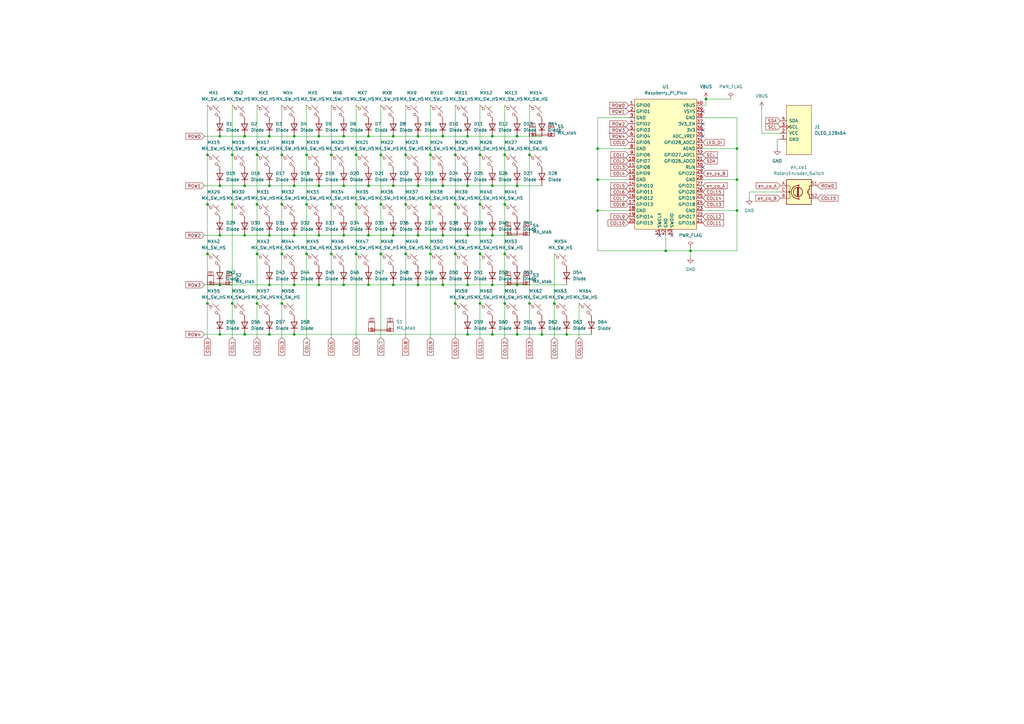
<source format=kicad_sch>
(kicad_sch (version 20230121) (generator eeschema)
  (paper "A3")
  (junction (at 186.69 124.46))
  (junction (at 283.21 102.87))
  (junction (at 186.69 104.14))
  (junction (at 222.25 137.16))
  (junction (at 90.17 96.52))
  (junction (at 176.53 104.14))
  (junction (at 125.73 104.14))
  (junction (at 115.57 104.14))
  (junction (at 151.13 76.2))
  (junction (at 100.33 55.88))
  (junction (at 161.29 116.84))
  (junction (at 166.37 83.82))
  (junction (at 120.65 96.52))
  (junction (at 120.65 137.16))
  (junction (at 146.05 104.14))
  (junction (at 186.69 63.5))
  (junction (at 181.61 116.84))
  (junction (at 135.89 83.82))
  (junction (at 90.17 55.88))
  (junction (at 302.26 60.96))
  (junction (at 105.41 83.82))
  (junction (at 227.33 124.46))
  (junction (at 100.33 76.2))
  (junction (at 232.41 137.16))
  (junction (at 245.11 86.36))
  (junction (at 207.01 104.14))
  (junction (at 120.65 116.84))
  (junction (at 201.93 137.16))
  (junction (at 201.93 96.52))
  (junction (at 95.25 124.46))
  (junction (at 85.09 124.46))
  (junction (at 95.25 83.82))
  (junction (at 110.49 137.16))
  (junction (at 130.81 96.52))
  (junction (at 207.01 124.46))
  (junction (at 115.57 124.46))
  (junction (at 191.77 55.88))
  (junction (at 201.93 76.2))
  (junction (at 161.29 55.88))
  (junction (at 212.09 55.88))
  (junction (at 110.49 116.84))
  (junction (at 130.81 116.84))
  (junction (at 207.01 63.5))
  (junction (at 151.13 55.88))
  (junction (at 245.11 60.96))
  (junction (at 196.85 63.5))
  (junction (at 85.09 83.82))
  (junction (at 196.85 104.14))
  (junction (at 85.09 104.14))
  (junction (at 161.29 96.52))
  (junction (at 115.57 63.5))
  (junction (at 302.26 86.36))
  (junction (at 140.97 96.52))
  (junction (at 181.61 96.52))
  (junction (at 171.45 96.52))
  (junction (at 100.33 96.52))
  (junction (at 95.25 63.5))
  (junction (at 166.37 63.5))
  (junction (at 90.17 137.16))
  (junction (at 130.81 55.88))
  (junction (at 217.17 63.5))
  (junction (at 115.57 83.82))
  (junction (at 181.61 76.2))
  (junction (at 105.41 104.14))
  (junction (at 110.49 96.52))
  (junction (at 120.65 76.2))
  (junction (at 176.53 63.5))
  (junction (at 191.77 116.84))
  (junction (at 245.11 73.66))
  (junction (at 201.93 116.84))
  (junction (at 135.89 63.5))
  (junction (at 289.56 40.64))
  (junction (at 186.69 83.82))
  (junction (at 212.09 76.2))
  (junction (at 273.05 102.87))
  (junction (at 90.17 76.2))
  (junction (at 212.09 137.16))
  (junction (at 161.29 76.2))
  (junction (at 90.17 116.84))
  (junction (at 176.53 83.82))
  (junction (at 156.21 83.82))
  (junction (at 156.21 104.14))
  (junction (at 181.61 55.88))
  (junction (at 140.97 55.88))
  (junction (at 146.05 63.5))
  (junction (at 105.41 63.5))
  (junction (at 171.45 55.88))
  (junction (at 105.41 124.46))
  (junction (at 217.17 124.46))
  (junction (at 140.97 116.84))
  (junction (at 151.13 96.52))
  (junction (at 166.37 104.14))
  (junction (at 151.13 116.84))
  (junction (at 110.49 55.88))
  (junction (at 201.93 55.88))
  (junction (at 146.05 83.82))
  (junction (at 85.09 63.5))
  (junction (at 120.65 55.88))
  (junction (at 302.26 73.66))
  (junction (at 140.97 76.2))
  (junction (at 125.73 83.82))
  (junction (at 191.77 137.16))
  (junction (at 130.81 76.2))
  (junction (at 207.01 83.82))
  (junction (at 191.77 76.2))
  (junction (at 191.77 96.52))
  (junction (at 100.33 137.16))
  (junction (at 196.85 83.82))
  (junction (at 171.45 76.2))
  (junction (at 135.89 104.14))
  (junction (at 212.09 116.84))
  (junction (at 125.73 63.5))
  (junction (at 196.85 124.46))
  (junction (at 110.49 76.2))
  (junction (at 171.45 116.84))
  (junction (at 156.21 63.5))
  (no_connect (at 288.29 55.88))
  (no_connect (at 288.29 53.34))
  (no_connect (at 270.51 96.52))
  (no_connect (at 288.29 50.8))
  (no_connect (at 288.29 45.72))
  (no_connect (at 275.59 96.52))
  (no_connect (at 288.29 68.58))
  (wire (pts (xy 135.89 83.82) (xy 135.89 104.14)))
  (wire (pts (xy 302.26 60.96) (xy 302.26 48.26)))
  (wire (pts (xy 156.21 63.5) (xy 156.21 83.82)))
  (wire (pts (xy 191.77 76.2) (xy 201.93 76.2)))
  (wire (pts (xy 217.17 124.46) (xy 217.17 138.43)))
  (wire (pts (xy 135.89 104.14) (xy 135.89 138.43)))
  (wire (pts (xy 176.53 63.5) (xy 176.53 83.82)))
  (wire (pts (xy 307.34 78.74) (xy 307.34 81.28)))
  (wire (pts (xy 171.45 55.88) (xy 181.61 55.88)))
  (wire (pts (xy 110.49 96.52) (xy 120.65 96.52)))
  (wire (pts (xy 120.65 96.52) (xy 130.81 96.52)))
  (wire (pts (xy 100.33 76.2) (xy 110.49 76.2)))
  (wire (pts (xy 201.93 55.88) (xy 212.09 55.88)))
  (wire (pts (xy 196.85 83.82) (xy 196.85 104.14)))
  (wire (pts (xy 146.05 43.18) (xy 146.05 63.5)))
  (wire (pts (xy 85.09 43.18) (xy 85.09 63.5)))
  (wire (pts (xy 100.33 137.16) (xy 110.49 137.16)))
  (wire (pts (xy 90.17 137.16) (xy 100.33 137.16)))
  (wire (pts (xy 191.77 116.84) (xy 201.93 116.84)))
  (wire (pts (xy 207.01 63.5) (xy 207.01 83.82)))
  (wire (pts (xy 196.85 138.43) (xy 196.85 124.46)))
  (wire (pts (xy 201.93 116.84) (xy 212.09 116.84)))
  (wire (pts (xy 232.41 137.16) (xy 222.25 137.16)))
  (wire (pts (xy 156.21 138.43) (xy 156.21 104.14)))
  (wire (pts (xy 283.21 102.87) (xy 302.26 102.87)))
  (wire (pts (xy 318.77 57.15) (xy 318.77 60.96)))
  (wire (pts (xy 201.93 76.2) (xy 212.09 76.2)))
  (wire (pts (xy 289.56 43.18) (xy 288.29 43.18)))
  (wire (pts (xy 95.25 43.18) (xy 95.25 63.5)))
  (wire (pts (xy 161.29 96.52) (xy 171.45 96.52)))
  (wire (pts (xy 120.65 76.2) (xy 130.81 76.2)))
  (wire (pts (xy 181.61 55.88) (xy 191.77 55.88)))
  (wire (pts (xy 130.81 96.52) (xy 140.97 96.52)))
  (wire (pts (xy 273.05 96.52) (xy 273.05 102.87)))
  (wire (pts (xy 171.45 116.84) (xy 181.61 116.84)))
  (wire (pts (xy 161.29 116.84) (xy 171.45 116.84)))
  (wire (pts (xy 186.69 124.46) (xy 186.69 138.43)))
  (wire (pts (xy 302.26 48.26) (xy 288.29 48.26)))
  (wire (pts (xy 100.33 96.52) (xy 110.49 96.52)))
  (wire (pts (xy 85.09 138.43) (xy 85.09 124.46)))
  (wire (pts (xy 110.49 55.88) (xy 120.65 55.88)))
  (wire (pts (xy 130.81 76.2) (xy 140.97 76.2)))
  (wire (pts (xy 176.53 43.18) (xy 176.53 63.5)))
  (wire (pts (xy 105.41 104.14) (xy 105.41 124.46)))
  (wire (pts (xy 115.57 43.18) (xy 115.57 63.5)))
  (wire (pts (xy 191.77 55.88) (xy 201.93 55.88)))
  (wire (pts (xy 181.61 116.84) (xy 191.77 116.84)))
  (wire (pts (xy 171.45 96.52) (xy 181.61 96.52)))
  (wire (pts (xy 120.65 137.16) (xy 191.77 137.16)))
  (wire (pts (xy 186.69 63.5) (xy 186.69 83.82)))
  (wire (pts (xy 151.13 55.88) (xy 161.29 55.88)))
  (wire (pts (xy 146.05 83.82) (xy 146.05 104.14)))
  (wire (pts (xy 302.26 86.36) (xy 302.26 73.66)))
  (wire (pts (xy 161.29 55.88) (xy 171.45 55.88)))
  (wire (pts (xy 207.01 43.18) (xy 207.01 63.5)))
  (wire (pts (xy 85.09 83.82) (xy 85.09 104.14)))
  (wire (pts (xy 181.61 76.2) (xy 191.77 76.2)))
  (wire (pts (xy 146.05 63.5) (xy 146.05 83.82)))
  (wire (pts (xy 83.82 96.52) (xy 90.17 96.52)))
  (wire (pts (xy 191.77 96.52) (xy 201.93 96.52)))
  (wire (pts (xy 212.09 137.16) (xy 201.93 137.16)))
  (wire (pts (xy 257.81 86.36) (xy 245.11 86.36)))
  (wire (pts (xy 289.56 40.64) (xy 299.72 40.64)))
  (wire (pts (xy 283.21 105.41) (xy 283.21 102.87)))
  (wire (pts (xy 166.37 104.14) (xy 166.37 138.43)))
  (wire (pts (xy 257.81 48.26) (xy 245.11 48.26)))
  (wire (pts (xy 320.04 78.74) (xy 307.34 78.74)))
  (wire (pts (xy 140.97 76.2) (xy 151.13 76.2)))
  (wire (pts (xy 181.61 96.52) (xy 191.77 96.52)))
  (wire (pts (xy 196.85 104.14) (xy 196.85 124.46)))
  (wire (pts (xy 146.05 104.14) (xy 146.05 138.43)))
  (wire (pts (xy 288.29 60.96) (xy 302.26 60.96)))
  (wire (pts (xy 166.37 43.18) (xy 166.37 63.5)))
  (wire (pts (xy 151.13 116.84) (xy 161.29 116.84)))
  (wire (pts (xy 245.11 60.96) (xy 257.81 60.96)))
  (wire (pts (xy 90.17 116.84) (xy 110.49 116.84)))
  (wire (pts (xy 288.29 86.36) (xy 302.26 86.36)))
  (wire (pts (xy 125.73 43.18) (xy 125.73 63.5)))
  (wire (pts (xy 115.57 138.43) (xy 115.57 124.46)))
  (wire (pts (xy 161.29 76.2) (xy 171.45 76.2)))
  (wire (pts (xy 212.09 116.84) (xy 232.41 116.84)))
  (wire (pts (xy 125.73 138.43) (xy 125.73 104.14)))
  (wire (pts (xy 217.17 43.18) (xy 217.17 63.5)))
  (wire (pts (xy 289.56 40.64) (xy 289.56 43.18)))
  (wire (pts (xy 135.89 43.18) (xy 135.89 63.5)))
  (wire (pts (xy 207.01 124.46) (xy 207.01 138.43)))
  (wire (pts (xy 166.37 83.82) (xy 166.37 104.14)))
  (wire (pts (xy 207.01 104.14) (xy 207.01 124.46)))
  (wire (pts (xy 196.85 43.18) (xy 196.85 63.5)))
  (wire (pts (xy 125.73 63.5) (xy 125.73 83.82)))
  (wire (pts (xy 245.11 102.87) (xy 273.05 102.87)))
  (wire (pts (xy 90.17 55.88) (xy 100.33 55.88)))
  (wire (pts (xy 186.69 43.18) (xy 186.69 63.5)))
  (wire (pts (xy 196.85 63.5) (xy 196.85 83.82)))
  (wire (pts (xy 212.09 76.2) (xy 222.25 76.2)))
  (wire (pts (xy 83.82 76.2) (xy 90.17 76.2)))
  (wire (pts (xy 95.25 63.5) (xy 95.25 83.82)))
  (wire (pts (xy 110.49 116.84) (xy 120.65 116.84)))
  (wire (pts (xy 242.57 137.16) (xy 232.41 137.16)))
  (wire (pts (xy 90.17 96.52) (xy 100.33 96.52)))
  (wire (pts (xy 140.97 116.84) (xy 151.13 116.84)))
  (wire (pts (xy 105.41 43.18) (xy 105.41 63.5)))
  (wire (pts (xy 312.42 44.45) (xy 312.42 54.61)))
  (wire (pts (xy 176.53 138.43) (xy 176.53 104.14)))
  (wire (pts (xy 120.65 116.84) (xy 130.81 116.84)))
  (wire (pts (xy 245.11 86.36) (xy 245.11 102.87)))
  (wire (pts (xy 222.25 137.16) (xy 212.09 137.16)))
  (wire (pts (xy 288.29 73.66) (xy 302.26 73.66)))
  (wire (pts (xy 135.89 63.5) (xy 135.89 83.82)))
  (wire (pts (xy 227.33 104.14) (xy 227.33 124.46)))
  (wire (pts (xy 302.26 73.66) (xy 302.26 60.96)))
  (wire (pts (xy 320.04 57.15) (xy 318.77 57.15)))
  (wire (pts (xy 110.49 137.16) (xy 120.65 137.16)))
  (wire (pts (xy 105.41 138.43) (xy 105.41 124.46)))
  (wire (pts (xy 140.97 55.88) (xy 151.13 55.88)))
  (wire (pts (xy 140.97 96.52) (xy 151.13 96.52)))
  (wire (pts (xy 83.82 137.16) (xy 90.17 137.16)))
  (wire (pts (xy 166.37 63.5) (xy 166.37 83.82)))
  (wire (pts (xy 105.41 63.5) (xy 105.41 83.82)))
  (wire (pts (xy 120.65 55.88) (xy 130.81 55.88)))
  (wire (pts (xy 245.11 60.96) (xy 245.11 73.66)))
  (wire (pts (xy 171.45 76.2) (xy 181.61 76.2)))
  (wire (pts (xy 283.21 101.6) (xy 283.21 102.87)))
  (wire (pts (xy 212.09 55.88) (xy 222.25 55.88)))
  (wire (pts (xy 176.53 83.82) (xy 176.53 104.14)))
  (wire (pts (xy 95.25 138.43) (xy 95.25 124.46)))
  (wire (pts (xy 125.73 83.82) (xy 125.73 104.14)))
  (wire (pts (xy 273.05 102.87) (xy 283.21 102.87)))
  (wire (pts (xy 201.93 137.16) (xy 191.77 137.16)))
  (wire (pts (xy 110.49 76.2) (xy 120.65 76.2)))
  (wire (pts (xy 85.09 63.5) (xy 85.09 83.82)))
  (wire (pts (xy 186.69 83.82) (xy 186.69 104.14)))
  (wire (pts (xy 83.82 55.88) (xy 90.17 55.88)))
  (wire (pts (xy 115.57 83.82) (xy 115.57 104.14)))
  (wire (pts (xy 85.09 104.14) (xy 85.09 124.46)))
  (wire (pts (xy 100.33 55.88) (xy 110.49 55.88)))
  (wire (pts (xy 186.69 104.14) (xy 186.69 124.46)))
  (wire (pts (xy 83.82 116.84) (xy 90.17 116.84)))
  (wire (pts (xy 130.81 116.84) (xy 140.97 116.84)))
  (wire (pts (xy 90.17 76.2) (xy 100.33 76.2)))
  (wire (pts (xy 156.21 43.18) (xy 156.21 63.5)))
  (wire (pts (xy 312.42 54.61) (xy 320.04 54.61)))
  (wire (pts (xy 217.17 63.5) (xy 217.17 124.46)))
  (wire (pts (xy 115.57 104.14) (xy 115.57 124.46)))
  (wire (pts (xy 130.81 55.88) (xy 140.97 55.88)))
  (wire (pts (xy 151.13 76.2) (xy 161.29 76.2)))
  (wire (pts (xy 115.57 63.5) (xy 115.57 83.82)))
  (wire (pts (xy 227.33 138.43) (xy 227.33 124.46)))
  (wire (pts (xy 237.49 138.43) (xy 237.49 124.46)))
  (wire (pts (xy 95.25 83.82) (xy 95.25 124.46)))
  (wire (pts (xy 245.11 73.66) (xy 257.81 73.66)))
  (wire (pts (xy 201.93 96.52) (xy 212.09 96.52)))
  (wire (pts (xy 245.11 48.26) (xy 245.11 60.96)))
  (wire (pts (xy 245.11 73.66) (xy 245.11 86.36)))
  (wire (pts (xy 302.26 102.87) (xy 302.26 86.36)))
  (wire (pts (xy 207.01 83.82) (xy 207.01 104.14)))
  (wire (pts (xy 105.41 83.82) (xy 105.41 104.14)))
  (wire (pts (xy 151.13 96.52) (xy 161.29 96.52)))
  (wire (pts (xy 156.21 83.82) (xy 156.21 104.14)))
  (global_label "COL11" (shape input) (at 288.29 91.44 0) (property "Intersheetrefs" "${INTERSHEET_REFS}" (effects hide)))
  (global_label "COL11" (shape input) (at 196.85 138.43 270) (property "Intersheetrefs" "${INTERSHEET_REFS}" (effects hide)))
  (global_label "COL0" (shape input) (at 257.81 58.42 180) (property "Intersheetrefs" "${INTERSHEET_REFS}" (effects hide)))
  (global_label "COL1" (shape input) (at 257.81 63.5 180) (property "Intersheetrefs" "${INTERSHEET_REFS}" (effects hide)))
  (global_label "ROW0" (shape input) (at 257.81 43.18 180) (property "Intersheetrefs" "${INTERSHEET_REFS}" (effects hide)))
  (global_label "en_co_B" (shape input) (at 288.29 71.12 0) (property "Intersheetrefs" "${INTERSHEET_REFS}" (effects hide)))
  (global_label "COL10" (shape input) (at 257.81 91.44 180) (property "Intersheetrefs" "${INTERSHEET_REFS}" (effects hide)))
  (global_label "COL9" (shape input) (at 257.81 88.9 180) (property "Intersheetrefs" "${INTERSHEET_REFS}" (effects hide)))
  (global_label "COL8" (shape input) (at 166.37 138.43 270) (property "Intersheetrefs" "${INTERSHEET_REFS}" (effects hide)))
  (global_label "ROW0" (shape input) (at 335.28 76.2 0) (property "Intersheetrefs" "${INTERSHEET_REFS}" (effects hide)))
  (global_label "LED_DI" (shape input) (at 288.29 58.42 0) (property "Intersheetrefs" "${INTERSHEET_REFS}" (effects hide)))
  (global_label "SCL" (shape input) (at 320.04 52.07 180) (property "Intersheetrefs" "${INTERSHEET_REFS}" (effects hide)))
  (global_label "COL5" (shape input) (at 135.89 138.43 270) (property "Intersheetrefs" "${INTERSHEET_REFS}" (effects hide)))
  (global_label "COL13" (shape input) (at 217.17 138.43 270) (property "Intersheetrefs" "${INTERSHEET_REFS}" (effects hide)))
  (global_label "ROW3" (shape input) (at 83.82 116.84 180) (property "Intersheetrefs" "${INTERSHEET_REFS}" (effects hide)))
  (global_label "COL14" (shape input) (at 227.33 138.43 270) (property "Intersheetrefs" "${INTERSHEET_REFS}" (effects hide)))
  (global_label "en_co_A" (shape input) (at 320.04 76.2 180) (property "Intersheetrefs" "${INTERSHEET_REFS}" (effects hide)))
  (global_label "COL4" (shape input) (at 257.81 71.12 180) (property "Intersheetrefs" "${INTERSHEET_REFS}" (effects hide)))
  (global_label "COL9" (shape input) (at 176.53 138.43 270) (property "Intersheetrefs" "${INTERSHEET_REFS}" (effects hide)))
  (global_label "COL1" (shape input) (at 95.25 138.43 270) (property "Intersheetrefs" "${INTERSHEET_REFS}" (effects hide)))
  (global_label "COL6" (shape input) (at 146.05 138.43 270) (property "Intersheetrefs" "${INTERSHEET_REFS}" (effects hide)))
  (global_label "ROW2" (shape input) (at 257.81 50.8 180) (property "Intersheetrefs" "${INTERSHEET_REFS}" (effects hide)))
  (global_label "SDA" (shape input) (at 320.04 49.53 180) (property "Intersheetrefs" "${INTERSHEET_REFS}" (effects hide)))
  (global_label "COL3" (shape input) (at 115.57 138.43 270) (property "Intersheetrefs" "${INTERSHEET_REFS}" (effects hide)))
  (global_label "COL2" (shape input) (at 105.41 138.43 270) (property "Intersheetrefs" "${INTERSHEET_REFS}" (effects hide)))
  (global_label "COL2" (shape input) (at 257.81 66.04 180) (property "Intersheetrefs" "${INTERSHEET_REFS}" (effects hide)))
  (global_label "COL0" (shape input) (at 85.09 138.43 270) (property "Intersheetrefs" "${INTERSHEET_REFS}" (effects hide)))
  (global_label "ROW1" (shape input) (at 83.82 76.2 180) (property "Intersheetrefs" "${INTERSHEET_REFS}" (effects hide)))
  (global_label "ROW4" (shape input) (at 257.81 55.88 180) (property "Intersheetrefs" "${INTERSHEET_REFS}" (effects hide)))
  (global_label "ROW0" (shape input) (at 83.82 55.88 180) (property "Intersheetrefs" "${INTERSHEET_REFS}" (effects hide)))
  (global_label "COL3" (shape input) (at 257.81 68.58 180) (property "Intersheetrefs" "${INTERSHEET_REFS}" (effects hide)))
  (global_label "COL13" (shape input) (at 288.29 83.82 0) (property "Intersheetrefs" "${INTERSHEET_REFS}" (effects hide)))
  (global_label "ROW2" (shape input) (at 83.82 96.52 180) (property "Intersheetrefs" "${INTERSHEET_REFS}" (effects hide)))
  (global_label "COL6" (shape input) (at 257.81 78.74 180) (property "Intersheetrefs" "${INTERSHEET_REFS}" (effects hide)))
  (global_label "COL4" (shape input) (at 125.73 138.43 270) (property "Intersheetrefs" "${INTERSHEET_REFS}" (effects hide)))
  (global_label "COL14" (shape input) (at 288.29 81.28 0) (property "Intersheetrefs" "${INTERSHEET_REFS}" (effects hide)))
  (global_label "COL15" (shape input) (at 335.28 81.28 0) (property "Intersheetrefs" "${INTERSHEET_REFS}" (effects hide)))
  (global_label "COL10" (shape input) (at 186.69 138.43 270) (property "Intersheetrefs" "${INTERSHEET_REFS}" (effects hide)))
  (global_label "COL12" (shape input) (at 288.29 88.9 0) (property "Intersheetrefs" "${INTERSHEET_REFS}" (effects hide)))
  (global_label "COL7" (shape input) (at 156.21 138.43 270) (property "Intersheetrefs" "${INTERSHEET_REFS}" (effects hide)))
  (global_label "SCL" (shape input) (at 288.29 63.5 0) (property "Intersheetrefs" "${INTERSHEET_REFS}" (effects hide)))
  (global_label "COL8" (shape input) (at 257.81 83.82 180) (property "Intersheetrefs" "${INTERSHEET_REFS}" (effects hide)))
  (global_label "ROW1" (shape input) (at 257.81 45.72 180) (property "Intersheetrefs" "${INTERSHEET_REFS}" (effects hide)))
  (global_label "en_co_B" (shape input) (at 320.04 81.28 180) (property "Intersheetrefs" "${INTERSHEET_REFS}" (effects hide)))
  (global_label "COL15" (shape input) (at 288.29 78.74 0) (property "Intersheetrefs" "${INTERSHEET_REFS}" (effects hide)))
  (global_label "COL15" (shape input) (at 237.49 138.43 270) (property "Intersheetrefs" "${INTERSHEET_REFS}" (effects hide)))
  (global_label "COL7" (shape input) (at 257.81 81.28 180) (property "Intersheetrefs" "${INTERSHEET_REFS}" (effects hide)))
  (global_label "COL12" (shape input) (at 207.01 138.43 270) (property "Intersheetrefs" "${INTERSHEET_REFS}" (effects hide)))
  (global_label "en_co_A" (shape input) (at 288.29 76.2 0) (property "Intersheetrefs" "${INTERSHEET_REFS}" (effects hide)))
  (global_label "SDA" (shape input) (at 288.29 66.04 0) (property "Intersheetrefs" "${INTERSHEET_REFS}" (effects hide)))
  (global_label "ROW3" (shape input) (at 257.81 53.34 180) (property "Intersheetrefs" "${INTERSHEET_REFS}" (effects hide)))
  (global_label "COL5" (shape input) (at 257.81 76.2 180) (property "Intersheetrefs" "${INTERSHEET_REFS}" (effects hide)))
  (global_label "ROW4" (shape input) (at 83.82 137.16 180) (property "Intersheetrefs" "${INTERSHEET_REFS}" (effects hide)))
  (symbol (lib_id "PCM_marbastlib-mx:MX_stab") (at 90.17 114.3 0) (unit 1)
    (property "Reference" "S2" (at 96.52 112.903 0) (effects (justify left)))
    (property "Value" "MX_stab" (at 96.52 115.443 0) (effects (justify left)))
    (property "Footprint" "PCM_marbastlib-mx:STAB_MX_P_2.25u" (effects hide))
  )
  (symbol (lib_id "PCM_marbastlib-mx:MX_SW_HS") (at 87.63 86.36 0) (unit 1)
    (property "Reference" "MX29" (at 87.63 78.74 0))
    (property "Value" "MX_SW_HS" (at 87.63 81.28 0))
    (property "Footprint" "PCM_marbastlib-mx:SW_MX_HS_1u" (effects hide))
  )
  (symbol (lib_id "ScottoKeebs:Placeholder_Diode") (at 201.93 113.03 90) (unit 1)
    (property "Reference" "D52" (at 204.47 111.76 90) (effects (justify right)))
    (property "Value" "Diode" (at 204.47 114.3 90) (effects (justify right)))
    (property "Footprint" "ScottoKeebs_Components:Diode_DO-35" (effects hide))
    (property "Sim.Device" "D" (effects hide))
    (property "Sim.Pins" "1=K 2=A" (effects hide))
  )
  (symbol (lib_id "PCM_marbastlib-mx:MX_SW_HS") (at 107.95 66.04 0) (unit 1)
    (property "Reference" "MX17" (at 107.95 58.42 0))
    (property "Value" "MX_SW_HS" (at 107.95 60.96 0))
    (property "Footprint" "PCM_marbastlib-mx:SW_MX_HS_1u" (effects hide))
  )
  (symbol (lib_id "ScottoKeebs:Placeholder_Diode") (at 222.25 72.39 90) (unit 1)
    (property "Reference" "D28" (at 224.79 71.12 90) (effects (justify right)))
    (property "Value" "Diode" (at 224.79 73.66 90) (effects (justify right)))
    (property "Footprint" "ScottoKeebs_Components:Diode_DO-35" (effects hide))
    (property "Sim.Device" "D" (effects hide))
    (property "Sim.Pins" "1=K 2=A" (effects hide))
  )
  (symbol (lib_id "PCM_marbastlib-mx:MX_SW_HS") (at 199.39 45.72 0) (unit 1)
    (property "Reference" "MX12" (at 199.39 38.1 0))
    (property "Value" "MX_SW_HS" (at 199.39 40.64 0))
    (property "Footprint" "PCM_marbastlib-mx:SW_MX_HS_1u" (effects hide))
  )
  (symbol (lib_id "power:VBUS") (at 312.42 44.45 0) (unit 1)
    (property "Reference" "#PWR02" (effects hide))
    (property "Value" "VBUS" (at 312.42 39.37 0))
  )
  (symbol (lib_id "PCM_marbastlib-mx:MX_SW_HS") (at 240.03 127 0) (unit 1)
    (property "Reference" "MX64" (at 240.03 119.38 0))
    (property "Value" "MX_SW_HS" (at 240.03 121.92 0))
    (property "Footprint" "PCM_marbastlib-mx:SW_MX_HS_1u" (effects hide))
  )
  (symbol (lib_id "ScottoKeebs:Placeholder_Diode") (at 222.25 133.35 90) (unit 1)
    (property "Reference" "D62" (at 224.79 132.08 90) (effects (justify right)))
    (property "Value" "Diode" (at 224.79 134.62 90) (effects (justify right)))
    (property "Footprint" "ScottoKeebs_Components:Diode_DO-35" (effects hide))
    (property "Sim.Device" "D" (effects hide))
    (property "Sim.Pins" "1=K 2=A" (effects hide))
  )
  (symbol (lib_id "ScottoKeebs:Placeholder_Diode") (at 161.29 72.39 90) (unit 1)
    (property "Reference" "D22" (at 163.83 71.12 90) (effects (justify right)))
    (property "Value" "Diode" (at 163.83 73.66 90) (effects (justify right)))
    (property "Footprint" "ScottoKeebs_Components:Diode_DO-35" (effects hide))
    (property "Sim.Device" "D" (effects hide))
    (property "Sim.Pins" "1=K 2=A" (effects hide))
  )
  (symbol (lib_id "PCM_marbastlib-mx:MX_SW_HS") (at 168.91 45.72 0) (unit 1)
    (property "Reference" "MX9" (at 168.91 38.1 0))
    (property "Value" "MX_SW_HS" (at 168.91 40.64 0))
    (property "Footprint" "PCM_marbastlib-mx:SW_MX_HS_1u" (effects hide))
  )
  (symbol (lib_id "power:VBUS") (at 289.56 40.64 0) (unit 1)
    (property "Reference" "#PWR01" (effects hide))
    (property "Value" "VBUS" (at 289.56 35.56 0))
  )
  (symbol (lib_id "ScottoKeebs:Placeholder_Diode") (at 212.09 92.71 90) (unit 1)
    (property "Reference" "D41" (at 214.63 91.44 90) (effects (justify right)))
    (property "Value" "Diode" (at 214.63 93.98 90) (effects (justify right)))
    (property "Footprint" "ScottoKeebs_Components:Diode_DO-35" (effects hide))
    (property "Sim.Device" "D" (effects hide))
    (property "Sim.Pins" "1=K 2=A" (effects hide))
  )
  (symbol (lib_id "ScottoKeebs:Placeholder_Diode") (at 191.77 52.07 90) (unit 1)
    (property "Reference" "D11" (at 194.31 50.8 90) (effects (justify right)))
    (property "Value" "Diode" (at 194.31 53.34 90) (effects (justify right)))
    (property "Footprint" "ScottoKeebs_Components:Diode_DO-35" (effects hide))
    (property "Sim.Device" "D" (effects hide))
    (property "Sim.Pins" "1=K 2=A" (effects hide))
  )
  (symbol (lib_id "PCM_marbastlib-mx:MX_SW_HS") (at 138.43 106.68 0) (unit 1)
    (property "Reference" "MX46" (at 138.43 99.06 0))
    (property "Value" "MX_SW_HS" (at 138.43 101.6 0))
    (property "Footprint" "PCM_marbastlib-mx:SW_MX_HS_1u" (effects hide))
  )
  (symbol (lib_id "PCM_marbastlib-mx:MX_SW_HS") (at 189.23 127 0) (unit 1)
    (property "Reference" "MX59" (at 189.23 119.38 0))
    (property "Value" "MX_SW_HS" (at 189.23 121.92 0))
    (property "Footprint" "PCM_marbastlib-mx:SW_MX_HS_1u" (effects hide))
  )
  (symbol (lib_id "PCM_marbastlib-mx:MX_SW_HS") (at 158.75 66.04 0) (unit 1)
    (property "Reference" "MX22" (at 158.75 58.42 0))
    (property "Value" "MX_SW_HS" (at 158.75 60.96 0))
    (property "Footprint" "PCM_marbastlib-mx:SW_MX_HS_1u" (effects hide))
  )
  (symbol (lib_id "PCM_marbastlib-mx:MX_SW_HS") (at 87.63 106.68 0) (unit 1)
    (property "Reference" "MX42" (at 87.63 99.06 0))
    (property "Value" "MX_SW_HS" (at 87.63 101.6 0))
    (property "Footprint" "PCM_marbastlib-mx:SW_MX_HS_1u" (effects hide))
  )
  (symbol (lib_id "ScottoKeebs:Placeholder_Diode") (at 161.29 92.71 90) (unit 1)
    (property "Reference" "D36" (at 163.83 91.44 90) (effects (justify right)))
    (property "Value" "Diode" (at 163.83 93.98 90) (effects (justify right)))
    (property "Footprint" "ScottoKeebs_Components:Diode_DO-35" (effects hide))
    (property "Sim.Device" "D" (effects hide))
    (property "Sim.Pins" "1=K 2=A" (effects hide))
  )
  (symbol (lib_id "PCM_marbastlib-mx:MX_SW_HS") (at 209.55 66.04 0) (unit 1)
    (property "Reference" "MX27" (at 209.55 58.42 0))
    (property "Value" "MX_SW_HS" (at 209.55 60.96 0))
    (property "Footprint" "PCM_marbastlib-mx:SW_MX_HS_1u" (effects hide))
  )
  (symbol (lib_id "PCM_marbastlib-mx:MX_SW_HS") (at 118.11 106.68 0) (unit 1)
    (property "Reference" "MX44" (at 118.11 99.06 0))
    (property "Value" "MX_SW_HS" (at 118.11 101.6 0))
    (property "Footprint" "PCM_marbastlib-mx:SW_MX_HS_1u" (effects hide))
  )
  (symbol (lib_id "power:PWR_FLAG") (at 283.21 101.6 0) (unit 1)
    (property "Reference" "#FLG02" (effects hide))
    (property "Value" "PWR_FLAG" (at 283.21 96.52 0))
  )
  (symbol (lib_id "PCM_marbastlib-mx:MX_SW_HS") (at 87.63 45.72 0) (unit 1)
    (property "Reference" "MX1" (at 87.63 38.1 0))
    (property "Value" "MX_SW_HS" (at 87.63 40.64 0))
    (property "Footprint" "PCM_marbastlib-mx:SW_MX_HS_1u" (effects hide))
  )
  (symbol (lib_id "PCM_marbastlib-mx:MX_SW_HS") (at 209.55 127 0) (unit 1)
    (property "Reference" "MX61" (at 209.55 119.38 0))
    (property "Value" "MX_SW_HS" (at 209.55 121.92 0))
    (property "Footprint" "PCM_marbastlib-mx:SW_MX_HS_1u" (effects hide))
  )
  (symbol (lib_id "PCM_marbastlib-mx:MX_SW_HS") (at 199.39 106.68 0) (unit 1)
    (property "Reference" "MX52" (at 199.39 99.06 0))
    (property "Value" "MX_SW_HS" (at 199.39 101.6 0))
    (property "Footprint" "PCM_marbastlib-mx:SW_MX_HS_1u" (effects hide))
  )
  (symbol (lib_id "PCM_marbastlib-mx:MX_stab") (at 222.25 53.34 0) (unit 1)
    (property "Reference" "S5" (at 228.6 51.943 0) (effects (justify left)))
    (property "Value" "MX_stab" (at 228.6 54.483 0) (effects (justify left)))
    (property "Footprint" "PCM_marbastlib-mx:STAB_MX_P_2u" (effects hide))
  )
  (symbol (lib_id "ScottoKeebs:MCU_Raspberry_Pi_Pico") (at 273.05 67.31 0) (unit 1)
    (property "Reference" "U1" (at 273.05 35.56 0))
    (property "Value" "Raspberry_Pi_Pico" (at 273.05 38.1 0))
    (property "Footprint" "ScottoKeebs_MCU:Raspberry_Pi_Pico" (effects hide))
  )
  (symbol (lib_id "PCM_marbastlib-mx:MX_SW_HS") (at 128.27 106.68 0) (unit 1)
    (property "Reference" "MX45" (at 128.27 99.06 0))
    (property "Value" "MX_SW_HS" (at 128.27 101.6 0))
    (property "Footprint" "PCM_marbastlib-mx:SW_MX_HS_1u" (effects hide))
  )
  (symbol (lib_id "ScottoKeebs:Placeholder_Diode") (at 212.09 52.07 90) (unit 1)
    (property "Reference" "D13" (at 214.63 50.8 90) (effects (justify right)))
    (property "Value" "Diode" (at 214.63 53.34 90) (effects (justify right)))
    (property "Footprint" "ScottoKeebs_Components:Diode_DO-35" (effects hide))
    (property "Sim.Device" "D" (effects hide))
    (property "Sim.Pins" "1=K 2=A" (effects hide))
  )
  (symbol (lib_id "ScottoKeebs:Placeholder_Diode") (at 90.17 92.71 90) (unit 1)
    (property "Reference" "D29" (at 92.71 91.44 90) (effects (justify right)))
    (property "Value" "Diode" (at 92.71 93.98 90) (effects (justify right)))
    (property "Footprint" "ScottoKeebs_Components:Diode_DO-35" (effects hide))
    (property "Sim.Device" "D" (effects hide))
    (property "Sim.Pins" "1=K 2=A" (effects hide))
  )
  (symbol (lib_id "PCM_marbastlib-mx:MX_SW_HS") (at 97.79 86.36 0) (unit 1)
    (property "Reference" "MX30" (at 97.79 78.74 0))
    (property "Value" "MX_SW_HS" (at 97.79 81.28 0))
    (property "Footprint" "PCM_marbastlib-mx:SW_MX_HS_1u" (effects hide))
  )
  (symbol (lib_id "ScottoKeebs:Placeholder_Diode") (at 201.93 92.71 90) (unit 1)
    (property "Reference" "D40" (at 204.47 91.44 90) (effects (justify right)))
    (property "Value" "Diode" (at 204.47 93.98 90) (effects (justify right)))
    (property "Footprint" "ScottoKeebs_Components:Diode_DO-35" (effects hide))
    (property "Sim.Device" "D" (effects hide))
    (property "Sim.Pins" "1=K 2=A" (effects hide))
  )
  (symbol (lib_id "ScottoKeebs:Placeholder_Diode") (at 242.57 133.35 90) (unit 1)
    (property "Reference" "D64" (at 245.11 132.08 90) (effects (justify right)))
    (property "Value" "Diode" (at 245.11 134.62 90) (effects (justify right)))
    (property "Footprint" "ScottoKeebs_Components:Diode_DO-35" (effects hide))
    (property "Sim.Device" "D" (effects hide))
    (property "Sim.Pins" "1=K 2=A" (effects hide))
  )
  (symbol (lib_id "ScottoKeebs:Placeholder_Diode") (at 171.45 113.03 90) (unit 1)
    (property "Reference" "D49" (at 173.99 111.76 90) (effects (justify right)))
    (property "Value" "Diode" (at 173.99 114.3 90) (effects (justify right)))
    (property "Footprint" "ScottoKeebs_Components:Diode_DO-35" (effects hide))
    (property "Sim.Device" "D" (effects hide))
    (property "Sim.Pins" "1=K 2=A" (effects hide))
  )
  (symbol (lib_id "PCM_marbastlib-mx:MX_SW_HS") (at 189.23 86.36 0) (unit 1)
    (property "Reference" "MX39" (at 189.23 78.74 0))
    (property "Value" "MX_SW_HS" (at 189.23 81.28 0))
    (property "Footprint" "PCM_marbastlib-mx:SW_MX_HS_1u" (effects hide))
  )
  (symbol (lib_id "PCM_marbastlib-mx:MX_SW_HS") (at 107.95 45.72 0) (unit 1)
    (property "Reference" "MX3" (at 107.95 38.1 0))
    (property "Value" "MX_SW_HS" (at 107.95 40.64 0))
    (property "Footprint" "PCM_marbastlib-mx:SW_MX_HS_1u" (effects hide))
  )
  (symbol (lib_id "ScottoKeebs:Placeholder_Diode") (at 90.17 113.03 90) (unit 1)
    (property "Reference" "D42" (at 92.71 111.76 90) (effects (justify right)))
    (property "Value" "Diode" (at 92.71 114.3 90) (effects (justify right)))
    (property "Footprint" "ScottoKeebs_Components:Diode_DO-35" (effects hide))
    (property "Sim.Device" "D" (effects hide))
    (property "Sim.Pins" "1=K 2=A" (effects hide))
  )
  (symbol (lib_id "ScottoKeebs:Placeholder_Diode") (at 181.61 52.07 90) (unit 1)
    (property "Reference" "D10" (at 184.15 50.8 90) (effects (justify right)))
    (property "Value" "Diode" (at 184.15 53.34 90) (effects (justify right)))
    (property "Footprint" "ScottoKeebs_Components:Diode_DO-35" (effects hide))
    (property "Sim.Device" "D" (effects hide))
    (property "Sim.Pins" "1=K 2=A" (effects hide))
  )
  (symbol (lib_id "PCM_marbastlib-mx:MX_SW_HS") (at 148.59 86.36 0) (unit 1)
    (property "Reference" "MX35" (at 148.59 78.74 0))
    (property "Value" "MX_SW_HS" (at 148.59 81.28 0))
    (property "Footprint" "PCM_marbastlib-mx:SW_MX_HS_1u" (effects hide))
  )
  (symbol (lib_id "ScottoKeebs:Placeholder_Diode") (at 100.33 92.71 90) (unit 1)
    (property "Reference" "D30" (at 102.87 91.44 90) (effects (justify right)))
    (property "Value" "Diode" (at 102.87 93.98 90) (effects (justify right)))
    (property "Footprint" "ScottoKeebs_Components:Diode_DO-35" (effects hide))
    (property "Sim.Device" "D" (effects hide))
    (property "Sim.Pins" "1=K 2=A" (effects hide))
  )
  (symbol (lib_id "PCM_marbastlib-mx:MX_SW_HS") (at 97.79 66.04 0) (unit 1)
    (property "Reference" "MX16" (at 97.79 58.42 0))
    (property "Value" "MX_SW_HS" (at 97.79 60.96 0))
    (property "Footprint" "PCM_marbastlib-mx:SW_MX_HS_1u" (effects hide))
  )
  (symbol (lib_id "PCM_marbastlib-mx:MX_SW_HS") (at 148.59 45.72 0) (unit 1)
    (property "Reference" "MX7" (at 148.59 38.1 0))
    (property "Value" "MX_SW_HS" (at 148.59 40.64 0))
    (property "Footprint" "PCM_marbastlib-mx:SW_MX_HS_1u" (effects hide))
  )
  (symbol (lib_id "ScottoKeebs:Placeholder_Diode") (at 232.41 113.03 90) (unit 1)
    (property "Reference" "D54" (at 234.95 111.76 90) (effects (justify right)))
    (property "Value" "Diode" (at 234.95 114.3 90) (effects (justify right)))
    (property "Footprint" "ScottoKeebs_Components:Diode_DO-35" (effects hide))
    (property "Sim.Device" "D" (effects hide))
    (property "Sim.Pins" "1=K 2=A" (effects hide))
  )
  (symbol (lib_id "PCM_marbastlib-mx:MX_SW_HS") (at 128.27 45.72 0) (unit 1)
    (property "Reference" "MX5" (at 128.27 38.1 0))
    (property "Value" "MX_SW_HS" (at 128.27 40.64 0))
    (property "Footprint" "PCM_marbastlib-mx:SW_MX_HS_1u" (effects hide))
  )
  (symbol (lib_id "ScottoKeebs:Placeholder_Diode") (at 232.41 133.35 90) (unit 1)
    (property "Reference" "D63" (at 234.95 132.08 90) (effects (justify right)))
    (property "Value" "Diode" (at 234.95 134.62 90) (effects (justify right)))
    (property "Footprint" "ScottoKeebs_Components:Diode_DO-35" (effects hide))
    (property "Sim.Device" "D" (effects hide))
    (property "Sim.Pins" "1=K 2=A" (effects hide))
  )
  (symbol (lib_id "ScottoKeebs:OLED_128x64") (at 322.58 53.34 90) (unit 1)
    (property "Reference" "J1" (at 334.01 52.07 90) (effects (justify right)))
    (property "Value" "OLED_128x64" (at 334.01 54.61 90) (effects (justify right)))
    (property "Footprint" "ScottoKeebs_Components:OLED_128x64" (effects hide))
  )
  (symbol (lib_id "ScottoKeebs:Placeholder_Diode") (at 100.33 133.35 90) (unit 1)
    (property "Reference" "D56" (at 102.87 132.08 90) (effects (justify right)))
    (property "Value" "Diode" (at 102.87 134.62 90) (effects (justify right)))
    (property "Footprint" "ScottoKeebs_Components:Diode_DO-35" (effects hide))
    (property "Sim.Device" "D" (effects hide))
    (property "Sim.Pins" "1=K 2=A" (effects hide))
  )
  (symbol (lib_id "ScottoKeebs:Placeholder_Diode") (at 90.17 52.07 90) (unit 1)
    (property "Reference" "D1" (at 92.71 50.8 90) (effects (justify right)))
    (property "Value" "Diode" (at 92.71 53.34 90) (effects (justify right)))
    (property "Footprint" "ScottoKeebs_Components:Diode_DO-35" (effects hide))
    (property "Sim.Device" "D" (effects hide))
    (property "Sim.Pins" "1=K 2=A" (effects hide))
  )
  (symbol (lib_id "PCM_marbastlib-mx:MX_SW_HS") (at 138.43 45.72 0) (unit 1)
    (property "Reference" "MX6" (at 138.43 38.1 0))
    (property "Value" "MX_SW_HS" (at 138.43 40.64 0))
    (property "Footprint" "PCM_marbastlib-mx:SW_MX_HS_1u" (effects hide))
  )
  (symbol (lib_id "Device:RotaryEncoder_Switch") (at 327.66 78.74 0) (unit 1)
    (property "Reference" "en_co1" (at 327.66 68.58 0))
    (property "Value" "RotaryEncoder_Switch" (at 327.66 71.12 0))
    (property "Footprint" "PCM_marbastlib-various:ROT_Alps_EC11E-Switch" (effects hide))
  )
  (symbol (lib_id "PCM_marbastlib-mx:MX_SW_HS") (at 209.55 86.36 0) (unit 1)
    (property "Reference" "MX41" (at 209.55 78.74 0))
    (property "Value" "MX_SW_HS" (at 209.55 81.28 0))
    (property "Footprint" "PCM_marbastlib-mx:SW_MX_HS_1u" (effects hide))
  )
  (symbol (lib_id "ScottoKeebs:Placeholder_Diode") (at 171.45 52.07 90) (unit 1)
    (property "Reference" "D9" (at 173.99 50.8 90) (effects (justify right)))
    (property "Value" "Diode" (at 173.99 53.34 90) (effects (justify right)))
    (property "Footprint" "ScottoKeebs_Components:Diode_DO-35" (effects hide))
    (property "Sim.Device" "D" (effects hide))
    (property "Sim.Pins" "1=K 2=A" (effects hide))
  )
  (symbol (lib_id "PCM_marbastlib-mx:MX_SW_HS") (at 179.07 45.72 0) (unit 1)
    (property "Reference" "MX10" (at 179.07 38.1 0))
    (property "Value" "MX_SW_HS" (at 179.07 40.64 0))
    (property "Footprint" "PCM_marbastlib-mx:SW_MX_HS_1u" (effects hide))
  )
  (symbol (lib_id "PCM_marbastlib-mx:MX_SW_HS") (at 148.59 66.04 0) (unit 1)
    (property "Reference" "MX21" (at 148.59 58.42 0))
    (property "Value" "MX_SW_HS" (at 148.59 60.96 0))
    (property "Footprint" "PCM_marbastlib-mx:SW_MX_HS_1u" (effects hide))
  )
  (symbol (lib_id "ScottoKeebs:Placeholder_Diode") (at 161.29 52.07 90) (unit 1)
    (property "Reference" "D8" (at 163.83 50.8 90) (effects (justify right)))
    (property "Value" "Diode" (at 163.83 53.34 90) (effects (justify right)))
    (property "Footprint" "ScottoKeebs_Components:Diode_DO-35" (effects hide))
    (property "Sim.Device" "D" (effects hide))
    (property "Sim.Pins" "1=K 2=A" (effects hide))
  )
  (symbol (lib_id "ScottoKeebs:Placeholder_Diode") (at 181.61 72.39 90) (unit 1)
    (property "Reference" "D24" (at 184.15 71.12 90) (effects (justify right)))
    (property "Value" "Diode" (at 184.15 73.66 90) (effects (justify right)))
    (property "Footprint" "ScottoKeebs_Components:Diode_DO-35" (effects hide))
    (property "Sim.Device" "D" (effects hide))
    (property "Sim.Pins" "1=K 2=A" (effects hide))
  )
  (symbol (lib_id "ScottoKeebs:Placeholder_Diode") (at 100.33 52.07 90) (unit 1)
    (property "Reference" "D2" (at 102.87 50.8 90) (effects (justify right)))
    (property "Value" "Diode" (at 102.87 53.34 90) (effects (justify right)))
    (property "Footprint" "ScottoKeebs_Components:Diode_DO-35" (effects hide))
    (property "Sim.Device" "D" (effects hide))
    (property "Sim.Pins" "1=K 2=A" (effects hide))
  )
  (symbol (lib_id "PCM_marbastlib-mx:MX_SW_HS") (at 118.11 66.04 0) (unit 1)
    (property "Reference" "MX18" (at 118.11 58.42 0))
    (property "Value" "MX_SW_HS" (at 118.11 60.96 0))
    (property "Footprint" "PCM_marbastlib-mx:SW_MX_HS_1u" (effects hide))
  )
  (symbol (lib_id "ScottoKeebs:Placeholder_Diode") (at 191.77 72.39 90) (unit 1)
    (property "Reference" "D25" (at 194.31 71.12 90) (effects (justify right)))
    (property "Value" "Diode" (at 194.31 73.66 90) (effects (justify right)))
    (property "Footprint" "ScottoKeebs_Components:Diode_DO-35" (effects hide))
    (property "Sim.Device" "D" (effects hide))
    (property "Sim.Pins" "1=K 2=A" (effects hide))
  )
  (symbol (lib_id "ScottoKeebs:Placeholder_Diode") (at 151.13 92.71 90) (unit 1)
    (property "Reference" "D35" (at 153.67 91.44 90) (effects (justify right)))
    (property "Value" "Diode" (at 153.67 93.98 90) (effects (justify right)))
    (property "Footprint" "ScottoKeebs_Components:Diode_DO-35" (effects hide))
    (property "Sim.Device" "D" (effects hide))
    (property "Sim.Pins" "1=K 2=A" (effects hide))
  )
  (symbol (lib_id "PCM_marbastlib-mx:MX_SW_HS") (at 179.07 86.36 0) (unit 1)
    (property "Reference" "MX38" (at 179.07 78.74 0))
    (property "Value" "MX_SW_HS" (at 179.07 81.28 0))
    (property "Footprint" "PCM_marbastlib-mx:SW_MX_HS_1u" (effects hide))
  )
  (symbol (lib_id "ScottoKeebs:Placeholder_Diode") (at 130.81 52.07 90) (unit 1)
    (property "Reference" "D5" (at 133.35 50.8 90) (effects (justify right)))
    (property "Value" "Diode" (at 133.35 53.34 90) (effects (justify right)))
    (property "Footprint" "ScottoKeebs_Components:Diode_DO-35" (effects hide))
    (property "Sim.Device" "D" (effects hide))
    (property "Sim.Pins" "1=K 2=A" (effects hide))
  )
  (symbol (lib_id "PCM_marbastlib-mx:MX_SW_HS") (at 128.27 66.04 0) (unit 1)
    (property "Reference" "MX19" (at 128.27 58.42 0))
    (property "Value" "MX_SW_HS" (at 128.27 60.96 0))
    (property "Footprint" "PCM_marbastlib-mx:SW_MX_HS_1u" (effects hide))
  )
  (symbol (lib_id "PCM_marbastlib-mx:MX_SW_HS") (at 209.55 45.72 0) (unit 1)
    (property "Reference" "MX13" (at 209.55 38.1 0))
    (property "Value" "MX_SW_HS" (at 209.55 40.64 0))
    (property "Footprint" "PCM_marbastlib-mx:SW_MX_HS_1u" (effects hide))
  )
  (symbol (lib_id "ScottoKeebs:Placeholder_Diode") (at 130.81 72.39 90) (unit 1)
    (property "Reference" "D19" (at 133.35 71.12 90) (effects (justify right)))
    (property "Value" "Diode" (at 133.35 73.66 90) (effects (justify right)))
    (property "Footprint" "ScottoKeebs_Components:Diode_DO-35" (effects hide))
    (property "Sim.Device" "D" (effects hide))
    (property "Sim.Pins" "1=K 2=A" (effects hide))
  )
  (symbol (lib_id "ScottoKeebs:Placeholder_Diode") (at 181.61 113.03 90) (unit 1)
    (property "Reference" "D50" (at 184.15 111.76 90) (effects (justify right)))
    (property "Value" "Diode" (at 184.15 114.3 90) (effects (justify right)))
    (property "Footprint" "ScottoKeebs_Components:Diode_DO-35" (effects hide))
    (property "Sim.Device" "D" (effects hide))
    (property "Sim.Pins" "1=K 2=A" (effects hide))
  )
  (symbol (lib_id "PCM_marbastlib-mx:MX_SW_HS") (at 97.79 127 0) (unit 1)
    (property "Reference" "MX56" (at 97.79 119.38 0))
    (property "Value" "MX_SW_HS" (at 97.79 121.92 0))
    (property "Footprint" "PCM_marbastlib-mx:SW_MX_HS_1u" (effects hide))
  )
  (symbol (lib_id "ScottoKeebs:Placeholder_Diode") (at 161.29 113.03 90) (unit 1)
    (property "Reference" "D48" (at 163.83 111.76 90) (effects (justify right)))
    (property "Value" "Diode" (at 163.83 114.3 90) (effects (justify right)))
    (property "Footprint" "ScottoKeebs_Components:Diode_DO-35" (effects hide))
    (property "Sim.Device" "D" (effects hide))
    (property "Sim.Pins" "1=K 2=A" (effects hide))
  )
  (symbol (lib_id "ScottoKeebs:Placeholder_Diode") (at 222.25 52.07 90) (unit 1)
    (property "Reference" "D14" (at 224.79 50.8 90) (effects (justify right)))
    (property "Value" "Diode" (at 224.79 53.34 90) (effects (justify right)))
    (property "Footprint" "ScottoKeebs_Components:Diode_DO-35" (effects hide))
    (property "Sim.Device" "D" (effects hide))
    (property "Sim.Pins" "1=K 2=A" (effects hide))
  )
  (symbol (lib_id "ScottoKeebs:Placeholder_Diode") (at 110.49 133.35 90) (unit 1)
    (property "Reference" "D57" (at 113.03 132.08 90) (effects (justify right)))
    (property "Value" "Diode" (at 113.03 134.62 90) (effects (justify right)))
    (property "Footprint" "ScottoKeebs_Components:Diode_DO-35" (effects hide))
    (property "Sim.Device" "D" (effects hide))
    (property "Sim.Pins" "1=K 2=A" (effects hide))
  )
  (symbol (lib_id "ScottoKeebs:Placeholder_Diode") (at 120.65 113.03 90) (unit 1)
    (property "Reference" "D44" (at 123.19 111.76 90) (effects (justify right)))
    (property "Value" "Diode" (at 123.19 114.3 90) (effects (justify right)))
    (property "Footprint" "ScottoKeebs_Components:Diode_DO-35" (effects hide))
    (property "Sim.Device" "D" (effects hide))
    (property "Sim.Pins" "1=K 2=A" (effects hide))
  )
  (symbol (lib_id "PCM_marbastlib-mx:MX_SW_HS") (at 199.39 66.04 0) (unit 1)
    (property "Reference" "MX26" (at 199.39 58.42 0))
    (property "Value" "MX_SW_HS" (at 199.39 60.96 0))
    (property "Footprint" "PCM_marbastlib-mx:SW_MX_HS_1u" (effects hide))
  )
  (symbol (lib_id "ScottoKeebs:Placeholder_Diode") (at 140.97 72.39 90) (unit 1)
    (property "Reference" "D20" (at 143.51 71.12 90) (effects (justify right)))
    (property "Value" "Diode" (at 143.51 73.66 90) (effects (justify right)))
    (property "Footprint" "ScottoKeebs_Components:Diode_DO-35" (effects hide))
    (property "Sim.Device" "D" (effects hide))
    (property "Sim.Pins" "1=K 2=A" (effects hide))
  )
  (symbol (lib_id "ScottoKeebs:Placeholder_Diode") (at 171.45 72.39 90) (unit 1)
    (property "Reference" "D23" (at 173.99 71.12 90) (effects (justify right)))
    (property "Value" "Diode" (at 173.99 73.66 90) (effects (justify right)))
    (property "Footprint" "ScottoKeebs_Components:Diode_DO-35" (effects hide))
    (property "Sim.Device" "D" (effects hide))
    (property "Sim.Pins" "1=K 2=A" (effects hide))
  )
  (symbol (lib_id "ScottoKeebs:Placeholder_Diode") (at 120.65 133.35 90) (unit 1)
    (property "Reference" "D58" (at 123.19 132.08 90) (effects (justify right)))
    (property "Value" "Diode" (at 123.19 134.62 90) (effects (justify right)))
    (property "Footprint" "ScottoKeebs_Components:Diode_DO-35" (effects hide))
    (property "Sim.Device" "D" (effects hide))
    (property "Sim.Pins" "1=K 2=A" (effects hide))
  )
  (symbol (lib_id "PCM_marbastlib-mx:MX_SW_HS") (at 158.75 106.68 0) (unit 1)
    (property "Reference" "MX48" (at 158.75 99.06 0))
    (property "Value" "MX_SW_HS" (at 158.75 101.6 0))
    (property "Footprint" "PCM_marbastlib-mx:SW_MX_HS_1u" (effects hide))
  )
  (symbol (lib_id "PCM_marbastlib-mx:MX_SW_HS") (at 168.91 66.04 0) (unit 1)
    (property "Reference" "MX23" (at 168.91 58.42 0))
    (property "Value" "MX_SW_HS" (at 168.91 60.96 0))
    (property "Footprint" "PCM_marbastlib-mx:SW_MX_HS_1u" (effects hide))
  )
  (symbol (lib_id "PCM_marbastlib-mx:MX_SW_HS") (at 179.07 66.04 0) (unit 1)
    (property "Reference" "MX24" (at 179.07 58.42 0))
    (property "Value" "MX_SW_HS" (at 179.07 60.96 0))
    (property "Footprint" "PCM_marbastlib-mx:SW_MX_HS_1u" (effects hide))
  )
  (symbol (lib_id "PCM_marbastlib-mx:MX_SW_HS") (at 189.23 45.72 0) (unit 1)
    (property "Reference" "MX11" (at 189.23 38.1 0))
    (property "Value" "MX_SW_HS" (at 189.23 40.64 0))
    (property "Footprint" "PCM_marbastlib-mx:SW_MX_HS_1u" (effects hide))
  )
  (symbol (lib_id "ScottoKeebs:Placeholder_Diode") (at 151.13 113.03 90) (unit 1)
    (property "Reference" "D47" (at 153.67 111.76 90) (effects (justify right)))
    (property "Value" "Diode" (at 153.67 114.3 90) (effects (justify right)))
    (property "Footprint" "ScottoKeebs_Components:Diode_DO-35" (effects hide))
    (property "Sim.Device" "D" (effects hide))
    (property "Sim.Pins" "1=K 2=A" (effects hide))
  )
  (symbol (lib_id "PCM_marbastlib-mx:MX_SW_HS") (at 199.39 127 0) (unit 1)
    (property "Reference" "MX60" (at 199.39 119.38 0))
    (property "Value" "MX_SW_HS" (at 199.39 121.92 0))
    (property "Footprint" "PCM_marbastlib-mx:SW_MX_HS_1u" (effects hide))
  )
  (symbol (lib_id "PCM_marbastlib-mx:MX_SW_HS") (at 107.95 86.36 0) (unit 1)
    (property "Reference" "MX31" (at 107.95 78.74 0))
    (property "Value" "MX_SW_HS" (at 107.95 81.28 0))
    (property "Footprint" "PCM_marbastlib-mx:SW_MX_HS_1u" (effects hide))
  )
  (symbol (lib_id "ScottoKeebs:Placeholder_Diode") (at 181.61 92.71 90) (unit 1)
    (property "Reference" "D38" (at 184.15 91.44 90) (effects (justify right)))
    (property "Value" "Diode" (at 184.15 93.98 90) (effects (justify right)))
    (property "Footprint" "ScottoKeebs_Components:Diode_DO-35" (effects hide))
    (property "Sim.Device" "D" (effects hide))
    (property "Sim.Pins" "1=K 2=A" (effects hide))
  )
  (symbol (lib_id "PCM_marbastlib-mx:MX_SW_HS") (at 118.11 86.36 0) (unit 1)
    (property "Reference" "MX32" (at 118.11 78.74 0))
    (property "Value" "MX_SW_HS" (at 118.11 81.28 0))
    (property "Footprint" "PCM_marbastlib-mx:SW_MX_HS_1u" (effects hide))
  )
  (symbol (lib_id "ScottoKeebs:Placeholder_Diode") (at 110.49 52.07 90) (unit 1)
    (property "Reference" "D3" (at 113.03 50.8 90) (effects (justify right)))
    (property "Value" "Diode" (at 113.03 53.34 90) (effects (justify right)))
    (property "Footprint" "ScottoKeebs_Components:Diode_DO-35" (effects hide))
    (property "Sim.Device" "D" (effects hide))
    (property "Sim.Pins" "1=K 2=A" (effects hide))
  )
  (symbol (lib_id "PCM_marbastlib-mx:MX_SW_HS") (at 128.27 86.36 0) (unit 1)
    (property "Reference" "MX33" (at 128.27 78.74 0))
    (property "Value" "MX_SW_HS" (at 128.27 81.28 0))
    (property "Footprint" "PCM_marbastlib-mx:SW_MX_HS_1u" (effects hide))
  )
  (symbol (lib_id "ScottoKeebs:Placeholder_Diode") (at 90.17 133.35 90) (unit 1)
    (property "Reference" "D55" (at 92.71 132.08 90) (effects (justify right)))
    (property "Value" "Diode" (at 92.71 134.62 90) (effects (justify right)))
    (property "Footprint" "ScottoKeebs_Components:Diode_DO-35" (effects hide))
    (property "Sim.Device" "D" (effects hide))
    (property "Sim.Pins" "1=K 2=A" (effects hide))
  )
  (symbol (lib_id "ScottoKeebs:Placeholder_Diode") (at 140.97 52.07 90) (unit 1)
    (property "Reference" "D6" (at 143.51 50.8 90) (effects (justify right)))
    (property "Value" "Diode" (at 143.51 53.34 90) (effects (justify right)))
    (property "Footprint" "ScottoKeebs_Components:Diode_DO-35" (effects hide))
    (property "Sim.Device" "D" (effects hide))
    (property "Sim.Pins" "1=K 2=A" (effects hide))
  )
  (symbol (lib_id "PCM_marbastlib-mx:MX_SW_HS") (at 229.87 106.68 0) (unit 1)
    (property "Reference" "MX54" (at 229.87 99.06 0))
    (property "Value" "MX_SW_HS" (at 229.87 101.6 0))
    (property "Footprint" "PCM_marbastlib-mx:SW_MX_HS_1u" (effects hide))
  )
  (symbol (lib_id "PCM_marbastlib-mx:MX_SW_HS") (at 158.75 86.36 0) (unit 1)
    (property "Reference" "MX36" (at 158.75 78.74 0))
    (property "Value" "MX_SW_HS" (at 158.75 81.28 0))
    (property "Footprint" "PCM_marbastlib-mx:SW_MX_HS_1u" (effects hide))
  )
  (symbol (lib_id "ScottoKeebs:Placeholder_Diode") (at 110.49 72.39 90) (unit 1)
    (property "Reference" "D17" (at 113.03 71.12 90) (effects (justify right)))
    (property "Value" "Diode" (at 113.03 73.66 90) (effects (justify right)))
    (property "Footprint" "ScottoKeebs_Components:Diode_DO-35" (effects hide))
    (property "Sim.Device" "D" (effects hide))
    (property "Sim.Pins" "1=K 2=A" (effects hide))
  )
  (symbol (lib_id "ScottoKeebs:Placeholder_Diode") (at 171.45 92.71 90) (unit 1)
    (property "Reference" "D37" (at 173.99 91.44 90) (effects (justify right)))
    (property "Value" "Diode" (at 173.99 93.98 90) (effects (justify right)))
    (property "Footprint" "ScottoKeebs_Components:Diode_DO-35" (effects hide))
    (property "Sim.Device" "D" (effects hide))
    (property "Sim.Pins" "1=K 2=A" (effects hide))
  )
  (symbol (lib_id "PCM_marbastlib-mx:MX_SW_HS") (at 148.59 106.68 0) (unit 1)
    (property "Reference" "MX47" (at 148.59 99.06 0))
    (property "Value" "MX_SW_HS" (at 148.59 101.6 0))
    (property "Footprint" "PCM_marbastlib-mx:SW_MX_HS_1u" (effects hide))
  )
  (symbol (lib_id "PCM_marbastlib-mx:MX_stab") (at 212.09 114.3 0) (unit 1)
    (property "Reference" "S3" (at 218.44 112.903 0) (effects (justify left)))
    (property "Value" "MX_stab" (at 218.44 115.443 0) (effects (justify left)))
    (property "Footprint" "PCM_marbastlib-mx:STAB_MX_P_2.25u" (effects hide))
  )
  (symbol (lib_id "ScottoKeebs:Placeholder_Diode") (at 130.81 92.71 90) (unit 1)
    (property "Reference" "D33" (at 133.35 91.44 90) (effects (justify right)))
    (property "Value" "Diode" (at 133.35 93.98 90) (effects (justify right)))
    (property "Footprint" "ScottoKeebs_Components:Diode_DO-35" (effects hide))
    (property "Sim.Device" "D" (effects hide))
    (property "Sim.Pins" "1=K 2=A" (effects hide))
  )
  (symbol (lib_id "ScottoKeebs:Placeholder_Diode") (at 120.65 92.71 90) (unit 1)
    (property "Reference" "D32" (at 123.19 91.44 90) (effects (justify right)))
    (property "Value" "Diode" (at 123.19 93.98 90) (effects (justify right)))
    (property "Footprint" "ScottoKeebs_Components:Diode_DO-35" (effects hide))
    (property "Sim.Device" "D" (effects hide))
    (property "Sim.Pins" "1=K 2=A" (effects hide))
  )
  (symbol (lib_id "ScottoKeebs:Placeholder_Diode") (at 120.65 72.39 90) (unit 1)
    (property "Reference" "D18" (at 123.19 71.12 90) (effects (justify right)))
    (property "Value" "Diode" (at 123.19 73.66 90) (effects (justify right)))
    (property "Footprint" "ScottoKeebs_Components:Diode_DO-35" (effects hide))
    (property "Sim.Device" "D" (effects hide))
    (property "Sim.Pins" "1=K 2=A" (effects hide))
  )
  (symbol (lib_id "PCM_marbastlib-mx:MX_SW_HS") (at 107.95 127 0) (unit 1)
    (property "Reference" "MX57" (at 107.95 119.38 0))
    (property "Value" "MX_SW_HS" (at 107.95 121.92 0))
    (property "Footprint" "PCM_marbastlib-mx:SW_MX_HS_1u" (effects hide))
  )
  (symbol (lib_id "PCM_marbastlib-mx:MX_SW_HS") (at 179.07 106.68 0) (unit 1)
    (property "Reference" "MX50" (at 179.07 99.06 0))
    (property "Value" "MX_SW_HS" (at 179.07 101.6 0))
    (property "Footprint" "PCM_marbastlib-mx:SW_MX_HS_1u" (effects hide))
  )
  (symbol (lib_id "PCM_marbastlib-mx:MX_SW_HS") (at 97.79 45.72 0) (unit 1)
    (property "Reference" "MX2" (at 97.79 38.1 0))
    (property "Value" "MX_SW_HS" (at 97.79 40.64 0))
    (property "Footprint" "PCM_marbastlib-mx:SW_MX_HS_1u" (effects hide))
  )
  (symbol (lib_id "PCM_marbastlib-mx:MX_SW_HS") (at 168.91 86.36 0) (unit 1)
    (property "Reference" "MX37" (at 168.91 78.74 0))
    (property "Value" "MX_SW_HS" (at 168.91 81.28 0))
    (property "Footprint" "PCM_marbastlib-mx:SW_MX_HS_1u" (effects hide))
  )
  (symbol (lib_id "ScottoKeebs:Placeholder_Diode") (at 151.13 72.39 90) (unit 1)
    (property "Reference" "D21" (at 153.67 71.12 90) (effects (justify right)))
    (property "Value" "Diode" (at 153.67 73.66 90) (effects (justify right)))
    (property "Footprint" "ScottoKeebs_Components:Diode_DO-35" (effects hide))
    (property "Sim.Device" "D" (effects hide))
    (property "Sim.Pins" "1=K 2=A" (effects hide))
  )
  (symbol (lib_id "PCM_marbastlib-mx:MX_SW_HS") (at 219.71 66.04 0) (unit 1)
    (property "Reference" "MX28" (at 219.71 58.42 0))
    (property "Value" "MX_SW_HS" (at 219.71 60.96 0))
    (property "Footprint" "PCM_marbastlib-mx:SW_MX_HS_1u" (effects hide))
  )
  (symbol (lib_id "ScottoKeebs:Placeholder_Diode") (at 212.09 113.03 90) (unit 1)
    (property "Reference" "D53" (at 214.63 111.76 90) (effects (justify right)))
    (property "Value" "Diode" (at 214.63 114.3 90) (effects (justify right)))
    (property "Footprint" "ScottoKeebs_Components:Diode_DO-35" (effects hide))
    (property "Sim.Device" "D" (effects hide))
    (property "Sim.Pins" "1=K 2=A" (effects hide))
  )
  (symbol (lib_id "power:GND") (at 283.21 105.41 0) (unit 1)
    (property "Reference" "#PWR04" (effects hide))
    (property "Value" "GND" (at 283.21 110.49 0))
  )
  (symbol (lib_id "ScottoKeebs:Placeholder_Diode") (at 140.97 92.71 90) (unit 1)
    (property "Reference" "D34" (at 143.51 91.44 90) (effects (justify right)))
    (property "Value" "Diode" (at 143.51 93.98 90) (effects (justify right)))
    (property "Footprint" "ScottoKeebs_Components:Diode_DO-35" (effects hide))
    (property "Sim.Device" "D" (effects hide))
    (property "Sim.Pins" "1=K 2=A" (effects hide))
  )
  (symbol (lib_id "PCM_marbastlib-mx:MX_SW_HS") (at 138.43 86.36 0) (unit 1)
    (property "Reference" "MX34" (at 138.43 78.74 0))
    (property "Value" "MX_SW_HS" (at 138.43 81.28 0))
    (property "Footprint" "PCM_marbastlib-mx:SW_MX_HS_1u" (effects hide))
  )
  (symbol (lib_id "PCM_marbastlib-mx:MX_SW_HS") (at 87.63 66.04 0) (unit 1)
    (property "Reference" "MX15" (at 87.63 58.42 0))
    (property "Value" "MX_SW_HS" (at 87.63 60.96 0))
    (property "Footprint" "PCM_marbastlib-mx:SW_MX_HS_1u" (effects hide))
  )
  (symbol (lib_id "ScottoKeebs:Placeholder_Diode") (at 191.77 113.03 90) (unit 1)
    (property "Reference" "D51" (at 194.31 111.76 90) (effects (justify right)))
    (property "Value" "Diode" (at 194.31 114.3 90) (effects (justify right)))
    (property "Footprint" "ScottoKeebs_Components:Diode_DO-35" (effects hide))
    (property "Sim.Device" "D" (effects hide))
    (property "Sim.Pins" "1=K 2=A" (effects hide))
  )
  (symbol (lib_id "power:GND") (at 318.77 60.96 0) (unit 1)
    (property "Reference" "#PWR03" (effects hide))
    (property "Value" "GND" (at 318.77 66.04 0))
  )
  (symbol (lib_id "PCM_marbastlib-mx:MX_SW_HS") (at 199.39 86.36 0) (unit 1)
    (property "Reference" "MX40" (at 199.39 78.74 0))
    (property "Value" "MX_SW_HS" (at 199.39 81.28 0))
    (property "Footprint" "PCM_marbastlib-mx:SW_MX_HS_1u" (effects hide))
  )
  (symbol (lib_id "PCM_marbastlib-mx:MX_SW_HS") (at 189.23 106.68 0) (unit 1)
    (property "Reference" "MX51" (at 189.23 99.06 0))
    (property "Value" "MX_SW_HS" (at 189.23 101.6 0))
    (property "Footprint" "PCM_marbastlib-mx:SW_MX_HS_1u" (effects hide))
  )
  (symbol (lib_id "PCM_marbastlib-mx:MX_SW_HS") (at 87.63 127 0) (unit 1)
    (property "Reference" "MX55" (at 87.63 119.38 0))
    (property "Value" "MX_SW_HS" (at 87.63 121.92 0))
    (property "Footprint" "PCM_marbastlib-mx:SW_MX_HS_1u" (effects hide))
  )
  (symbol (lib_id "PCM_marbastlib-mx:MX_SW_HS") (at 189.23 66.04 0) (unit 1)
    (property "Reference" "MX25" (at 189.23 58.42 0))
    (property "Value" "MX_SW_HS" (at 189.23 60.96 0))
    (property "Footprint" "PCM_marbastlib-mx:SW_MX_HS_1u" (effects hide))
  )
  (symbol (lib_id "ScottoKeebs:Placeholder_Diode") (at 110.49 92.71 90) (unit 1)
    (property "Reference" "D31" (at 113.03 91.44 90) (effects (justify right)))
    (property "Value" "Diode" (at 113.03 93.98 90) (effects (justify right)))
    (property "Footprint" "ScottoKeebs_Components:Diode_DO-35" (effects hide))
    (property "Sim.Device" "D" (effects hide))
    (property "Sim.Pins" "1=K 2=A" (effects hide))
  )
  (symbol (lib_id "ScottoKeebs:Placeholder_Diode") (at 120.65 52.07 90) (unit 1)
    (property "Reference" "D4" (at 123.19 50.8 90) (effects (justify right)))
    (property "Value" "Diode" (at 123.19 53.34 90) (effects (justify right)))
    (property "Footprint" "ScottoKeebs_Components:Diode_DO-35" (effects hide))
    (property "Sim.Device" "D" (effects hide))
    (property "Sim.Pins" "1=K 2=A" (effects hide))
  )
  (symbol (lib_id "ScottoKeebs:Placeholder_Diode") (at 110.49 113.03 90) (unit 1)
    (property "Reference" "D43" (at 113.03 111.76 90) (effects (justify right)))
    (property "Value" "Diode" (at 113.03 114.3 90) (effects (justify right)))
    (property "Footprint" "ScottoKeebs_Components:Diode_DO-35" (effects hide))
    (property "Sim.Device" "D" (effects hide))
    (property "Sim.Pins" "1=K 2=A" (effects hide))
  )
  (symbol (lib_id "PCM_marbastlib-mx:MX_SW_HS") (at 229.87 127 0) (unit 1)
    (property "Reference" "MX63" (at 229.87 119.38 0))
    (property "Value" "MX_SW_HS" (at 229.87 121.92 0))
    (property "Footprint" "PCM_marbastlib-mx:SW_MX_HS_1u" (effects hide))
  )
  (symbol (lib_id "ScottoKeebs:Placeholder_Diode") (at 90.17 72.39 90) (unit 1)
    (property "Reference" "D15" (at 92.71 71.12 90) (effects (justify right)))
    (property "Value" "Diode" (at 92.71 73.66 90) (effects (justify right)))
    (property "Footprint" "ScottoKeebs_Components:Diode_DO-35" (effects hide))
    (property "Sim.Device" "D" (effects hide))
    (property "Sim.Pins" "1=K 2=A" (effects hide))
  )
  (symbol (lib_id "PCM_marbastlib-mx:MX_SW_HS") (at 168.91 106.68 0) (unit 1)
    (property "Reference" "MX49" (at 168.91 99.06 0))
    (property "Value" "MX_SW_HS" (at 168.91 101.6 0))
    (property "Footprint" "PCM_marbastlib-mx:SW_MX_HS_1u" (effects hide))
  )
  (symbol (lib_id "ScottoKeebs:Placeholder_Diode") (at 201.93 72.39 90) (unit 1)
    (property "Reference" "D26" (at 204.47 71.12 90) (effects (justify right)))
    (property "Value" "Diode" (at 204.47 73.66 90) (effects (justify right)))
    (property "Footprint" "ScottoKeebs_Components:Diode_DO-35" (effects hide))
    (property "Sim.Device" "D" (effects hide))
    (property "Sim.Pins" "1=K 2=A" (effects hide))
  )
  (symbol (lib_id "PCM_marbastlib-mx:MX_SW_HS") (at 219.71 127 0) (unit 1)
    (property "Reference" "MX62" (at 219.71 119.38 0))
    (property "Value" "MX_SW_HS" (at 219.71 121.92 0))
    (property "Footprint" "PCM_marbastlib-mx:SW_MX_HS_1u" (effects hide))
  )
  (symbol (lib_id "power:PWR_FLAG") (at 299.72 40.64 0) (unit 1)
    (property "Reference" "#FLG01" (effects hide))
    (property "Value" "PWR_FLAG" (at 299.72 35.56 0))
  )
  (symbol (lib_id "ScottoKeebs:Placeholder_Diode") (at 100.33 72.39 90) (unit 1)
    (property "Reference" "D16" (at 102.87 71.12 90) (effects (justify right)))
    (property "Value" "Diode" (at 102.87 73.66 90) (effects (justify right)))
    (property "Footprint" "ScottoKeebs_Components:Diode_DO-35" (effects hide))
    (property "Sim.Device" "D" (effects hide))
    (property "Sim.Pins" "1=K 2=A" (effects hide))
  )
  (symbol (lib_id "PCM_marbastlib-mx:MX_SW_HS") (at 158.75 45.72 0) (unit 1)
    (property "Reference" "MX8" (at 158.75 38.1 0))
    (property "Value" "MX_SW_HS" (at 158.75 40.64 0))
    (property "Footprint" "PCM_marbastlib-mx:SW_MX_HS_1u" (effects hide))
  )
  (symbol (lib_id "PCM_marbastlib-mx:MX_SW_HS") (at 118.11 45.72 0) (unit 1)
    (property "Reference" "MX4" (at 118.11 38.1 0))
    (property "Value" "MX_SW_HS" (at 118.11 40.64 0))
    (property "Footprint" "PCM_marbastlib-mx:SW_MX_HS_1u" (effects hide))
  )
  (symbol (lib_id "ScottoKeebs:Placeholder_Diode") (at 191.77 133.35 90) (unit 1)
    (property "Reference" "D59" (at 194.31 132.08 90) (effects (justify right)))
    (property "Value" "Diode" (at 194.31 134.62 90) (effects (justify right)))
    (property "Footprint" "ScottoKeebs_Components:Diode_DO-35" (effects hide))
    (property "Sim.Device" "D" (effects hide))
    (property "Sim.Pins" "1=K 2=A" (effects hide))
  )
  (symbol (lib_id "ScottoKeebs:Placeholder_Diode") (at 130.81 113.03 90) (unit 1)
    (property "Reference" "D45" (at 133.35 111.76 90) (effects (justify right)))
    (property "Value" "Diode" (at 133.35 114.3 90) (effects (justify right)))
    (property "Footprint" "ScottoKeebs_Components:Diode_DO-35" (effects hide))
    (property "Sim.Device" "D" (effects hide))
    (property "Sim.Pins" "1=K 2=A" (effects hide))
  )
  (symbol (lib_id "PCM_marbastlib-mx:MX_SW_HS") (at 107.95 106.68 0) (unit 1)
    (property "Reference" "MX43" (at 107.95 99.06 0))
    (property "Value" "MX_SW_HS" (at 107.95 101.6 0))
    (property "Footprint" "PCM_marbastlib-mx:SW_MX_HS_1u" (effects hide))
  )
  (symbol (lib_id "ScottoKeebs:Placeholder_Diode") (at 191.77 92.71 90) (unit 1)
    (property "Reference" "D39" (at 194.31 91.44 90) (effects (justify right)))
    (property "Value" "Diode" (at 194.31 93.98 90) (effects (justify right)))
    (property "Footprint" "ScottoKeebs_Components:Diode_DO-35" (effects hide))
    (property "Sim.Device" "D" (effects hide))
    (property "Sim.Pins" "1=K 2=A" (effects hide))
  )
  (symbol (lib_id "ScottoKeebs:Placeholder_Diode") (at 201.93 52.07 90) (unit 1)
    (property "Reference" "D12" (at 204.47 50.8 90) (effects (justify right)))
    (property "Value" "Diode" (at 204.47 53.34 90) (effects (justify right)))
    (property "Footprint" "ScottoKeebs_Components:Diode_DO-35" (effects hide))
    (property "Sim.Device" "D" (effects hide))
    (property "Sim.Pins" "1=K 2=A" (effects hide))
  )
  (symbol (lib_id "power:GND") (at 307.34 81.28 0) (unit 1)
    (property "Reference" "#PWR05" (effects hide))
    (property "Value" "GND" (at 307.34 86.36 0))
  )
  (symbol (lib_id "ScottoKeebs:Placeholder_Diode") (at 212.09 133.35 90) (unit 1)
    (property "Reference" "D61" (at 214.63 132.08 90) (effects (justify right)))
    (property "Value" "Diode" (at 214.63 134.62 90) (effects (justify right)))
    (property "Footprint" "ScottoKeebs_Components:Diode_DO-35" (effects hide))
    (property "Sim.Device" "D" (effects hide))
    (property "Sim.Pins" "1=K 2=A" (effects hide))
  )
  (symbol (lib_id "PCM_marbastlib-mx:MX_SW_HS") (at 209.55 106.68 0) (unit 1)
    (property "Reference" "MX53" (at 209.55 99.06 0))
    (property "Value" "MX_SW_HS" (at 209.55 101.6 0))
    (property "Footprint" "PCM_marbastlib-mx:SW_MX_HS_1u" (effects hide))
  )
  (symbol (lib_id "ScottoKeebs:Placeholder_Diode") (at 212.09 72.39 90) (unit 1)
    (property "Reference" "D27" (at 214.63 71.12 90) (effects (justify right)))
    (property "Value" "Diode" (at 214.63 73.66 90) (effects (justify right)))
    (property "Footprint" "ScottoKeebs_Components:Diode_DO-35" (effects hide))
    (property "Sim.Device" "D" (effects hide))
    (property "Sim.Pins" "1=K 2=A" (effects hide))
  )
  (symbol (lib_id "PCM_marbastlib-mx:MX_stab") (at 212.09 93.98 0) (unit 1)
    (property "Reference" "S4" (at 218.44 92.583 0) (effects (justify left)))
    (property "Value" "MX_stab" (at 218.44 95.123 0) (effects (justify left)))
    (property "Footprint" "PCM_marbastlib-mx:STAB_MX_P_2.25u" (effects hide))
  )
  (symbol (lib_id "PCM_marbastlib-mx:MX_stab") (at 156.21 133.35 0) (unit 1)
    (property "Reference" "S1" (at 162.56 131.953 0) (effects (justify left)))
    (property "Value" "MX_stab" (at 162.56 134.493 0) (effects (justify left)))
    (property "Footprint" "PCM_marbastlib-mx:STAB_MX_P_6.25u" (effects hide))
  )
  (symbol (lib_id "ScottoKeebs:Placeholder_Diode") (at 151.13 52.07 90) (unit 1)
    (property "Reference" "D7" (at 153.67 50.8 90) (effects (justify right)))
    (property "Value" "Diode" (at 153.67 53.34 90) (effects (justify right)))
    (property "Footprint" "ScottoKeebs_Components:Diode_DO-35" (effects hide))
    (property "Sim.Device" "D" (effects hide))
    (property "Sim.Pins" "1=K 2=A" (effects hide))
  )
  (symbol (lib_id "PCM_marbastlib-mx:MX_SW_HS") (at 118.11 127 0) (unit 1)
    (property "Reference" "MX58" (at 118.11 119.38 0))
    (property "Value" "MX_SW_HS" (at 118.11 121.92 0))
    (property "Footprint" "PCM_marbastlib-mx:SW_MX_HS_1u" (effects hide))
  )
  (symbol (lib_id "ScottoKeebs:Placeholder_Diode") (at 140.97 113.03 90) (unit 1)
    (property "Reference" "D46" (at 143.51 111.76 90) (effects (justify right)))
    (property "Value" "Diode" (at 143.51 114.3 90) (effects (justify right)))
    (property "Footprint" "ScottoKeebs_Components:Diode_DO-35" (effects hide))
    (property "Sim.Device" "D" (effects hide))
    (property "Sim.Pins" "1=K 2=A" (effects hide))
  )
  (symbol (lib_id "ScottoKeebs:Placeholder_Diode") (at 201.93 133.35 90) (unit 1)
    (property "Reference" "D60" (at 204.47 132.08 90) (effects (justify right)))
    (property "Value" "Diode" (at 204.47 134.62 90) (effects (justify right)))
    (property "Footprint" "ScottoKeebs_Components:Diode_DO-35" (effects hide))
    (property "Sim.Device" "D" (effects hide))
    (property "Sim.Pins" "1=K 2=A" (effects hide))
  )
  (symbol (lib_id "PCM_marbastlib-mx:MX_SW_HS") (at 219.71 45.72 0) (unit 1)
    (property "Reference" "MX14" (at 219.71 38.1 0))
    (property "Value" "MX_SW_HS" (at 219.71 40.64 0))
    (property "Footprint" "PCM_marbastlib-mx:SW_MX_HS_1u" (effects hide))
  )
  (symbol (lib_id "PCM_marbastlib-mx:MX_SW_HS") (at 138.43 66.04 0) (unit 1)
    (property "Reference" "MX20" (at 138.43 58.42 0))
    (property "Value" "MX_SW_HS" (at 138.43 60.96 0))
    (property "Footprint" "PCM_marbastlib-mx:SW_MX_HS_1u" (effects hide))
  )
)
</source>
